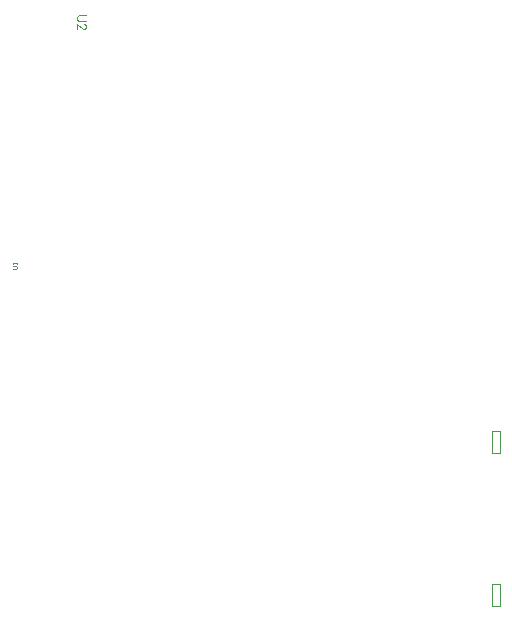
<source format=gm1>
G04*
G04 #@! TF.GenerationSoftware,Altium Limited,Altium Designer,20.0.12 (288)*
G04*
G04 Layer_Color=16711935*
%FSLAX24Y24*%
%MOIN*%
G70*
G01*
G75*
%ADD76C,0.0000*%
%ADD77C,0.0039*%
%ADD78C,0.0024*%
D76*
X31889Y19310D02*
X32148D01*
Y18558D02*
Y19310D01*
X31889Y18558D02*
X32148D01*
X31889D02*
Y19310D01*
Y14211D02*
X32148D01*
Y13459D02*
Y14211D01*
X31889Y13459D02*
X32148D01*
X31889D02*
Y14211D01*
D77*
X18326Y33150D02*
X18096D01*
X18050Y33104D01*
Y33012D01*
X18096Y32966D01*
X18326D01*
X18050Y32691D02*
Y32875D01*
X18234Y32691D01*
X18280D01*
X18326Y32737D01*
Y32829D01*
X18280Y32875D01*
D78*
X15893Y24700D02*
X16024D01*
X16050Y24726D01*
Y24779D01*
X16024Y24805D01*
X15893D01*
X16050Y24857D02*
Y24910D01*
Y24884D01*
X15893D01*
X15919Y24857D01*
M02*

</source>
